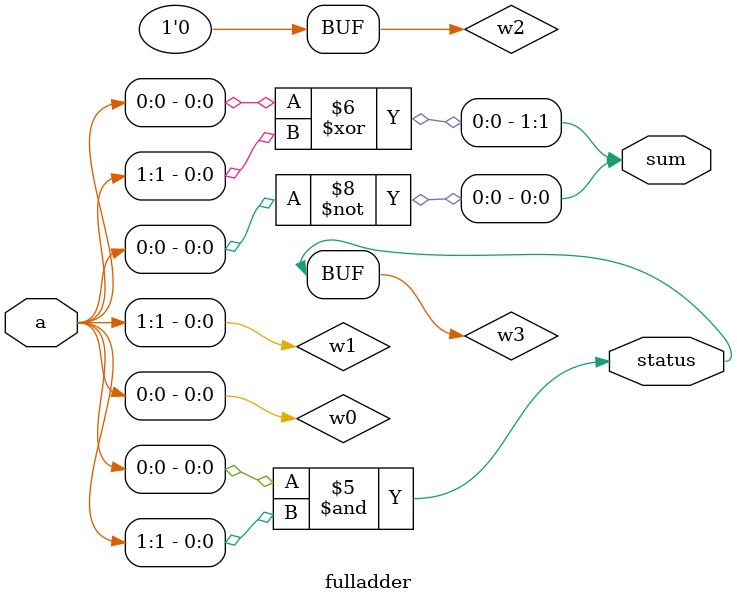
<source format=v>

`timescale 1ns / 1ns

module fulladder(status, sum, a);

//−−−−−−−−−−−−−Input Ports−−−−−−−−−−−−−−−−−−−−−−−−−−−−−

inout [1:0] a; //input a 2 bit register

//−−−−−−−−−−−−−Output Ports−−−−−−−−−−−−−−−−−−−−−−−−−−−−

output [1:0] sum; //output 2 bit registers
output status; //see whether registers overflown

//−−−−−−−−−−−−−Input ports Data Type−−−−−−−−−−−−−−−−−−−
// By rule all the input ports should be wires
wire [1:0] a;
wire [1:0] b;

//−−−−−−−−−−−−−Output Ports Data Type−−−−−−−−−−−−−−−−−−
// Output port can be a storage element (reg) or a wire
wire [1:0] sum;
wire status;

//−−−−−−−−−−−−−Intermediate Wires----−−−−−−−−−−−−−−−−−−
wire w0, w1, w2, w3;

//−−−−−−----−-−−−−−−Instructions---−−−−−−−−−−−−−−−--−−−

//set LSB of input to sum[0]
xor u0(sum[0],a[0], 1'b1);

//set MSB of input to sum[1]
and u1(w0, a[0], 1'b1);
xor u2(w1, a[1], 1'b0);
and u3(w2, a[1], 1'b0);
and u4(w3, w0, w1);
xor u5(sum[1], w0, w1);

//set carry out to be status
or u6(status,w2, w3);

endmodule



</source>
